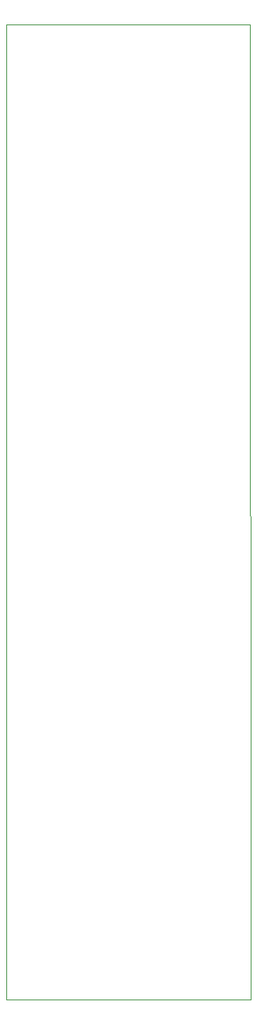
<source format=gbr>
%TF.GenerationSoftware,KiCad,Pcbnew,(6.0.2-0)*%
%TF.CreationDate,2022-07-30T11:22:52+02:00*%
%TF.ProjectId,blindeTaube,626c696e-6465-4546-9175-62652e6b6963,rev?*%
%TF.SameCoordinates,Original*%
%TF.FileFunction,Profile,NP*%
%FSLAX46Y46*%
G04 Gerber Fmt 4.6, Leading zero omitted, Abs format (unit mm)*
G04 Created by KiCad (PCBNEW (6.0.2-0)) date 2022-07-30 11:22:52*
%MOMM*%
%LPD*%
G01*
G04 APERTURE LIST*
%TA.AperFunction,Profile*%
%ADD10C,0.100000*%
%TD*%
G04 APERTURE END LIST*
D10*
X53250000Y-145800000D02*
X53250000Y-41300000D01*
X53250000Y-145800000D02*
X79425000Y-145800000D01*
X79400000Y-41300000D02*
X53250000Y-41300000D01*
X79400000Y-41300000D02*
X79425000Y-145800000D01*
M02*

</source>
